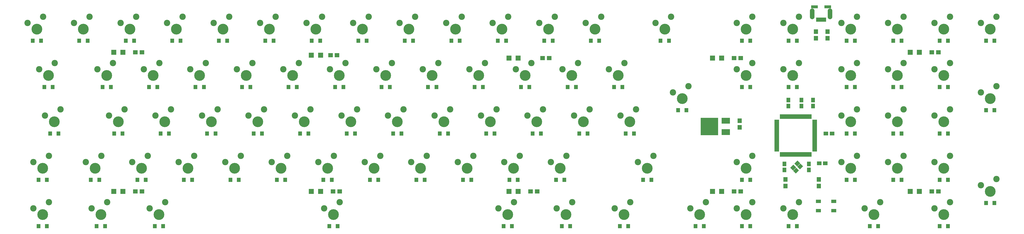
<source format=gbr>
G04 #@! TF.FileFunction,Soldermask,Bot*
%FSLAX46Y46*%
G04 Gerber Fmt 4.6, Leading zero omitted, Abs format (unit mm)*
G04 Created by KiCad (PCBNEW 4.0.7) date 2018 June 19, Tuesday 20:07:00*
%MOMM*%
%LPD*%
G01*
G04 APERTURE LIST*
%ADD10C,0.100000*%
%ADD11C,2.600000*%
%ADD12C,4.400000*%
%ADD13R,1.900000X1.650000*%
%ADD14R,1.650000X1.900000*%
%ADD15R,2.750000X1.200000*%
%ADD16R,0.900000X1.800000*%
%ADD17O,1.900000X4.400000*%
%ADD18R,1.875000X1.000000*%
%ADD19R,1.000000X1.875000*%
%ADD20R,1.700000X1.900000*%
%ADD21R,2.100000X1.400000*%
%ADD22R,3.400000X2.400000*%
%ADD23R,7.100000X7.100000*%
%ADD24R,1.900000X1.700000*%
%ADD25R,1.600000X1.800000*%
%ADD26R,2.150000X2.150000*%
G04 APERTURE END LIST*
D10*
D11*
X54790000Y-154045000D03*
X48440000Y-156585000D03*
D12*
X52250000Y-159125000D03*
D11*
X185415000Y-78045000D03*
X179065000Y-80585000D03*
D12*
X182875000Y-83125000D03*
D11*
X166415000Y-78045000D03*
X160065000Y-80585000D03*
D12*
X163875000Y-83125000D03*
D11*
X147415000Y-78045000D03*
X141065000Y-80585000D03*
D12*
X144875000Y-83125000D03*
D11*
X90415000Y-78045000D03*
X84065000Y-80585000D03*
D12*
X87875000Y-83125000D03*
D11*
X301790000Y-135045000D03*
X295440000Y-137585000D03*
D12*
X299250000Y-140125000D03*
D11*
X57165000Y-97045000D03*
X50815000Y-99585000D03*
D12*
X54625000Y-102125000D03*
D11*
X394415000Y-154045000D03*
X388065000Y-156585000D03*
D12*
X391875000Y-159125000D03*
D13*
X369450019Y-138101939D03*
X371950019Y-138101939D03*
D14*
X362187500Y-114656250D03*
X362187500Y-112156250D03*
X356843750Y-114656250D03*
X356843750Y-112156250D03*
X366937500Y-112156250D03*
X366937500Y-114656250D03*
D13*
X372218750Y-125875000D03*
X374718750Y-125875000D03*
D14*
X355262519Y-138351939D03*
X355262519Y-140851939D03*
X365262519Y-138351939D03*
X365262519Y-140851939D03*
D15*
X372925000Y-74050000D03*
X367575000Y-74050000D03*
D16*
X368650000Y-79250000D03*
X369450000Y-79250000D03*
X370250000Y-79250000D03*
X371050000Y-79250000D03*
X371850000Y-79250000D03*
D17*
X366600000Y-76850000D03*
X373900000Y-76850000D03*
D18*
X367625519Y-120726939D03*
X367625519Y-121526939D03*
X367625519Y-122326939D03*
X367625519Y-123126939D03*
X367625519Y-123926939D03*
X367625519Y-124726939D03*
X367625519Y-125526939D03*
X367625519Y-126326939D03*
X367625519Y-127126939D03*
X367625519Y-127926939D03*
X367625519Y-128726939D03*
X367625519Y-129526939D03*
X367625519Y-130326939D03*
X367625519Y-131126939D03*
X367625519Y-131926939D03*
X367625519Y-132726939D03*
D19*
X365887519Y-134464939D03*
X365087519Y-134464939D03*
X364287519Y-134464939D03*
X363487519Y-134464939D03*
X362687519Y-134464939D03*
X361887519Y-134464939D03*
X361087519Y-134464939D03*
X360287519Y-134464939D03*
X359487519Y-134464939D03*
X358687519Y-134464939D03*
X357887519Y-134464939D03*
X357087519Y-134464939D03*
X356287519Y-134464939D03*
X355487519Y-134464939D03*
X354687519Y-134464939D03*
X353887519Y-134464939D03*
D18*
X352149519Y-132726939D03*
X352149519Y-131926939D03*
X352149519Y-131126939D03*
X352149519Y-130326939D03*
X352149519Y-129526939D03*
X352149519Y-128726939D03*
X352149519Y-127926939D03*
X352149519Y-127126939D03*
X352149519Y-126326939D03*
X352149519Y-125526939D03*
X352149519Y-124726939D03*
X352149519Y-123926939D03*
X352149519Y-123126939D03*
X352149519Y-122326939D03*
X352149519Y-121526939D03*
X352149519Y-120726939D03*
D19*
X353887519Y-118988939D03*
X354687519Y-118988939D03*
X355487519Y-118988939D03*
X356287519Y-118988939D03*
X357087519Y-118988939D03*
X357887519Y-118988939D03*
X358687519Y-118988939D03*
X359487519Y-118988939D03*
X360287519Y-118988939D03*
X361087519Y-118988939D03*
X361887519Y-118988939D03*
X362687519Y-118988939D03*
X363487519Y-118988939D03*
X364287519Y-118988939D03*
X365087519Y-118988939D03*
X365887519Y-118988939D03*
D20*
X368125000Y-84162500D03*
X368125000Y-86862500D03*
X372875000Y-84162500D03*
X372875000Y-86862500D03*
X355656250Y-144712500D03*
X355656250Y-147412500D03*
X369312500Y-144712500D03*
X369312500Y-147412500D03*
D21*
X369131250Y-157462500D03*
X375431250Y-157462500D03*
X369131250Y-153662500D03*
X375431250Y-153662500D03*
D11*
X52415000Y-78045000D03*
X46065000Y-80585000D03*
D12*
X49875000Y-83125000D03*
D11*
X71415000Y-78045000D03*
X65065000Y-80585000D03*
D12*
X68875000Y-83125000D03*
D11*
X109415000Y-78045000D03*
X103065000Y-80585000D03*
D12*
X106875000Y-83125000D03*
D11*
X128415000Y-78045000D03*
X122065000Y-80585000D03*
D12*
X125875000Y-83125000D03*
D11*
X204415000Y-78045000D03*
X198065000Y-80585000D03*
D12*
X201875000Y-83125000D03*
D11*
X223415000Y-78045000D03*
X217065000Y-80585000D03*
D12*
X220875000Y-83125000D03*
D11*
X242415000Y-78045000D03*
X236065000Y-80585000D03*
D12*
X239875000Y-83125000D03*
D11*
X261415000Y-78045000D03*
X255065000Y-80585000D03*
D12*
X258875000Y-83125000D03*
D11*
X280415000Y-78045000D03*
X274065000Y-80585000D03*
D12*
X277875000Y-83125000D03*
D11*
X342165000Y-78045000D03*
X335815000Y-80585000D03*
D12*
X339625000Y-83125000D03*
D11*
X361165000Y-78045000D03*
X354815000Y-80585000D03*
D12*
X358625000Y-83125000D03*
D11*
X384915000Y-78045000D03*
X378565000Y-80585000D03*
D12*
X382375000Y-83125000D03*
D11*
X403915000Y-78045000D03*
X397565000Y-80585000D03*
D12*
X401375000Y-83125000D03*
D11*
X422915000Y-78045000D03*
X416565000Y-80585000D03*
D12*
X420375000Y-83125000D03*
D11*
X441915000Y-78045000D03*
X435565000Y-80585000D03*
D12*
X439375000Y-83125000D03*
D11*
X80915000Y-97045000D03*
X74565000Y-99585000D03*
D12*
X78375000Y-102125000D03*
D11*
X99915000Y-97045000D03*
X93565000Y-99585000D03*
D12*
X97375000Y-102125000D03*
D11*
X118915000Y-97045000D03*
X112565000Y-99585000D03*
D12*
X116375000Y-102125000D03*
D11*
X137915000Y-97045000D03*
X131565000Y-99585000D03*
D12*
X135375000Y-102125000D03*
D11*
X156915000Y-97045000D03*
X150565000Y-99585000D03*
D12*
X154375000Y-102125000D03*
D11*
X175915000Y-97045000D03*
X169565000Y-99585000D03*
D12*
X173375000Y-102125000D03*
D11*
X194915000Y-97045000D03*
X188565000Y-99585000D03*
D12*
X192375000Y-102125000D03*
D11*
X213915000Y-97045000D03*
X207565000Y-99585000D03*
D12*
X211375000Y-102125000D03*
D11*
X232915000Y-97045000D03*
X226565000Y-99585000D03*
D12*
X230375000Y-102125000D03*
D11*
X251915000Y-97045000D03*
X245565000Y-99585000D03*
D12*
X249375000Y-102125000D03*
D11*
X270915000Y-97045000D03*
X264565000Y-99585000D03*
D12*
X268375000Y-102125000D03*
D11*
X289915000Y-97045000D03*
X283565000Y-99585000D03*
D12*
X287375000Y-102125000D03*
D11*
X361165000Y-97045000D03*
X354815000Y-99585000D03*
D12*
X358625000Y-102125000D03*
D11*
X384915000Y-97045000D03*
X378565000Y-99585000D03*
D12*
X382375000Y-102125000D03*
D11*
X403915000Y-97045000D03*
X397565000Y-99585000D03*
D12*
X401375000Y-102125000D03*
D11*
X422915000Y-97045000D03*
X416565000Y-99585000D03*
D12*
X420375000Y-102125000D03*
D11*
X85665000Y-116045000D03*
X79315000Y-118585000D03*
D12*
X83125000Y-121125000D03*
D11*
X104665000Y-116045000D03*
X98315000Y-118585000D03*
D12*
X102125000Y-121125000D03*
D11*
X123665000Y-116045000D03*
X117315000Y-118585000D03*
D12*
X121125000Y-121125000D03*
D11*
X142665000Y-116045000D03*
X136315000Y-118585000D03*
D12*
X140125000Y-121125000D03*
D11*
X161665000Y-116045000D03*
X155315000Y-118585000D03*
D12*
X159125000Y-121125000D03*
D11*
X180665000Y-116045000D03*
X174315000Y-118585000D03*
D12*
X178125000Y-121125000D03*
D11*
X199665000Y-116045000D03*
X193315000Y-118585000D03*
D12*
X197125000Y-121125000D03*
D11*
X218665000Y-116045000D03*
X212315000Y-118585000D03*
D12*
X216125000Y-121125000D03*
D11*
X237665000Y-116045000D03*
X231315000Y-118585000D03*
D12*
X235125000Y-121125000D03*
D11*
X256665000Y-116045000D03*
X250315000Y-118585000D03*
D12*
X254125000Y-121125000D03*
D11*
X275665000Y-116045000D03*
X269315000Y-118585000D03*
D12*
X273125000Y-121125000D03*
D11*
X294665000Y-116045000D03*
X288315000Y-118585000D03*
D12*
X292125000Y-121125000D03*
D11*
X384915000Y-116045000D03*
X378565000Y-118585000D03*
D12*
X382375000Y-121125000D03*
D11*
X403915000Y-116045000D03*
X397565000Y-118585000D03*
D12*
X401375000Y-121125000D03*
D11*
X422915000Y-116045000D03*
X416565000Y-118585000D03*
D12*
X420375000Y-121125000D03*
D11*
X76165000Y-135045000D03*
X69815000Y-137585000D03*
D12*
X73625000Y-140125000D03*
D11*
X95165000Y-135045000D03*
X88815000Y-137585000D03*
D12*
X92625000Y-140125000D03*
D11*
X114165000Y-135045000D03*
X107815000Y-137585000D03*
D12*
X111625000Y-140125000D03*
D11*
X133165000Y-135045000D03*
X126815000Y-137585000D03*
D12*
X130625000Y-140125000D03*
D11*
X152165000Y-135045000D03*
X145815000Y-137585000D03*
D12*
X149625000Y-140125000D03*
D11*
X171165000Y-135045000D03*
X164815000Y-137585000D03*
D12*
X168625000Y-140125000D03*
D11*
X190165000Y-135045000D03*
X183815000Y-137585000D03*
D12*
X187625000Y-140125000D03*
D11*
X209165000Y-135045000D03*
X202815000Y-137585000D03*
D12*
X206625000Y-140125000D03*
D11*
X228165000Y-135045000D03*
X221815000Y-137585000D03*
D12*
X225625000Y-140125000D03*
D11*
X247165000Y-135045000D03*
X240815000Y-137585000D03*
D12*
X244625000Y-140125000D03*
D11*
X266165000Y-135045000D03*
X259815000Y-137585000D03*
D12*
X263625000Y-140125000D03*
D11*
X342165000Y-135045000D03*
X335815000Y-137585000D03*
D12*
X339625000Y-140125000D03*
D11*
X384915000Y-135045000D03*
X378565000Y-137585000D03*
D12*
X382375000Y-140125000D03*
D11*
X403915000Y-135045000D03*
X397565000Y-137585000D03*
D12*
X401375000Y-140125000D03*
D11*
X422915000Y-135045000D03*
X416565000Y-137585000D03*
D12*
X420375000Y-140125000D03*
D11*
X323165000Y-154045000D03*
X316815000Y-156585000D03*
D12*
X320625000Y-159125000D03*
D11*
X342165000Y-154045000D03*
X335815000Y-156585000D03*
D12*
X339625000Y-159125000D03*
D11*
X361165000Y-154045000D03*
X354815000Y-156585000D03*
D12*
X358625000Y-159125000D03*
D11*
X422915000Y-154045000D03*
X416565000Y-156585000D03*
D12*
X420375000Y-159125000D03*
D11*
X342165000Y-97045000D03*
X335815000Y-99585000D03*
D12*
X339625000Y-102125000D03*
D11*
X59540000Y-116045000D03*
X53190000Y-118585000D03*
D12*
X57000000Y-121125000D03*
D11*
X78540000Y-154045000D03*
X72190000Y-156585000D03*
D12*
X76000000Y-159125000D03*
D11*
X102290000Y-154045000D03*
X95940000Y-156585000D03*
D12*
X99750000Y-159125000D03*
D11*
X244790000Y-154045000D03*
X238440000Y-156585000D03*
D12*
X242250000Y-159125000D03*
D11*
X268540000Y-154045000D03*
X262190000Y-156585000D03*
D12*
X266000000Y-159125000D03*
D11*
X292290000Y-154045000D03*
X285940000Y-156585000D03*
D12*
X289750000Y-159125000D03*
D11*
X54790000Y-135045000D03*
X48440000Y-137585000D03*
D12*
X52250000Y-140125000D03*
D11*
X316040000Y-106545000D03*
X309690000Y-109085000D03*
D12*
X313500000Y-111625000D03*
D11*
X441915000Y-144545000D03*
X435565000Y-147085000D03*
D12*
X439375000Y-149625000D03*
D11*
X441915000Y-106545000D03*
X435565000Y-109085000D03*
D12*
X439375000Y-111625000D03*
D11*
X308915000Y-78045000D03*
X302565000Y-80585000D03*
D12*
X306375000Y-83125000D03*
D11*
X173540000Y-154045000D03*
X167190000Y-156585000D03*
D12*
X171000000Y-159125000D03*
D10*
G36*
X359944321Y-142253590D02*
X358812950Y-141122219D01*
X360085743Y-139849426D01*
X361217114Y-140980797D01*
X359944321Y-142253590D01*
X359944321Y-142253590D01*
G37*
G36*
X361641377Y-140556534D02*
X360510006Y-139425163D01*
X361782799Y-138152370D01*
X362914170Y-139283741D01*
X361641377Y-140556534D01*
X361641377Y-140556534D01*
G37*
G36*
X358742239Y-141051508D02*
X357610868Y-139920137D01*
X358883661Y-138647344D01*
X360015032Y-139778715D01*
X358742239Y-141051508D01*
X358742239Y-141051508D01*
G37*
G36*
X360439295Y-139354452D02*
X359307924Y-138223081D01*
X360580717Y-136950288D01*
X361712088Y-138081659D01*
X360439295Y-139354452D01*
X360439295Y-139354452D01*
G37*
D22*
X331300000Y-125300000D03*
D23*
X324650000Y-123000000D03*
D22*
X331300000Y-120700000D03*
D20*
X337000000Y-120650000D03*
X337000000Y-123350000D03*
D24*
X90087500Y-149625000D03*
X92787500Y-149625000D03*
X170837500Y-149625000D03*
X173537500Y-149625000D03*
X251587500Y-149625000D03*
X254287500Y-149625000D03*
X334712500Y-149625000D03*
X337412500Y-149625000D03*
X415462500Y-149625000D03*
X418162500Y-149625000D03*
X90087500Y-92625000D03*
X92787500Y-92625000D03*
X169812500Y-93812500D03*
X172512500Y-93812500D03*
X256500000Y-95000000D03*
X259200000Y-95000000D03*
X334712500Y-95000000D03*
X337412500Y-95000000D03*
X415462500Y-92625000D03*
X418162500Y-92625000D03*
D25*
X418675000Y-163875000D03*
X422075000Y-163875000D03*
X390175000Y-163875000D03*
X393575000Y-163875000D03*
X356925000Y-163875000D03*
X360325000Y-163875000D03*
X337925000Y-163875000D03*
X341325000Y-163875000D03*
X318925000Y-163875000D03*
X322325000Y-163875000D03*
X288050000Y-163875000D03*
X291450000Y-163875000D03*
X264300000Y-163875000D03*
X267700000Y-163875000D03*
X240550000Y-163875000D03*
X243950000Y-163875000D03*
X169300000Y-163875000D03*
X172700000Y-163875000D03*
X98050000Y-163875000D03*
X101450000Y-163875000D03*
X74300000Y-163875000D03*
X77700000Y-163875000D03*
X50550000Y-163875000D03*
X53950000Y-163875000D03*
X437675000Y-154375000D03*
X441075000Y-154375000D03*
X418675000Y-144875000D03*
X422075000Y-144875000D03*
X399675000Y-144875000D03*
X403075000Y-144875000D03*
X380675000Y-144875000D03*
X384075000Y-144875000D03*
X337925000Y-144875000D03*
X341325000Y-144875000D03*
X297550000Y-144875000D03*
X300950000Y-144875000D03*
X261925000Y-144875000D03*
X265325000Y-144875000D03*
X242925000Y-144875000D03*
X246325000Y-144875000D03*
X223925000Y-144875000D03*
X227325000Y-144875000D03*
X204925000Y-144875000D03*
X208325000Y-144875000D03*
X185925000Y-144875000D03*
X189325000Y-144875000D03*
X166925000Y-144875000D03*
X170325000Y-144875000D03*
X147925000Y-144875000D03*
X151325000Y-144875000D03*
X128925000Y-144875000D03*
X132325000Y-144875000D03*
X109925000Y-144875000D03*
X113325000Y-144875000D03*
X90925000Y-144875000D03*
X94325000Y-144875000D03*
X71925000Y-144875000D03*
X75325000Y-144875000D03*
X50550000Y-144875000D03*
X53950000Y-144875000D03*
X418675000Y-125875000D03*
X422075000Y-125875000D03*
X399675000Y-125875000D03*
X403075000Y-125875000D03*
X380675000Y-125875000D03*
X384075000Y-125875000D03*
X290425000Y-125875000D03*
X293825000Y-125875000D03*
X271425000Y-125875000D03*
X274825000Y-125875000D03*
X252425000Y-125875000D03*
X255825000Y-125875000D03*
X233425000Y-125875000D03*
X236825000Y-125875000D03*
X214425000Y-125875000D03*
X217825000Y-125875000D03*
X195425000Y-125875000D03*
X198825000Y-125875000D03*
X176425000Y-125875000D03*
X179825000Y-125875000D03*
X157425000Y-125875000D03*
X160825000Y-125875000D03*
X138425000Y-125875000D03*
X141825000Y-125875000D03*
X119425000Y-125875000D03*
X122825000Y-125875000D03*
X100425000Y-125875000D03*
X103825000Y-125875000D03*
X81425000Y-125875000D03*
X84825000Y-125875000D03*
X55300000Y-125875000D03*
X58700000Y-125875000D03*
X437675000Y-116375000D03*
X441075000Y-116375000D03*
X418675000Y-106875000D03*
X422075000Y-106875000D03*
X399675000Y-106875000D03*
X403075000Y-106875000D03*
X380675000Y-106875000D03*
X384075000Y-106875000D03*
X356925000Y-106875000D03*
X360325000Y-106875000D03*
X337925000Y-106875000D03*
X341325000Y-106875000D03*
X311800000Y-116375000D03*
X315200000Y-116375000D03*
X285675000Y-106875000D03*
X289075000Y-106875000D03*
X266675000Y-106875000D03*
X270075000Y-106875000D03*
X247675000Y-106875000D03*
X251075000Y-106875000D03*
X228675000Y-106875000D03*
X232075000Y-106875000D03*
X209675000Y-106875000D03*
X213075000Y-106875000D03*
X190675000Y-106875000D03*
X194075000Y-106875000D03*
X171675000Y-106875000D03*
X175075000Y-106875000D03*
X152675000Y-106875000D03*
X156075000Y-106875000D03*
X133675000Y-106875000D03*
X137075000Y-106875000D03*
X114675000Y-106875000D03*
X118075000Y-106875000D03*
X95675000Y-106875000D03*
X99075000Y-106875000D03*
X76675000Y-106875000D03*
X80075000Y-106875000D03*
X52925000Y-106875000D03*
X56325000Y-106875000D03*
X437675000Y-87875000D03*
X441075000Y-87875000D03*
X418675000Y-87875000D03*
X422075000Y-87875000D03*
X399675000Y-87875000D03*
X403075000Y-87875000D03*
X380675000Y-87875000D03*
X384075000Y-87875000D03*
X356925000Y-87875000D03*
X360325000Y-87875000D03*
X337925000Y-87875000D03*
X341325000Y-87875000D03*
X304675000Y-87875000D03*
X308075000Y-87875000D03*
X276175000Y-87875000D03*
X279575000Y-87875000D03*
X257175000Y-87875000D03*
X260575000Y-87875000D03*
X238175000Y-87875000D03*
X241575000Y-87875000D03*
X219175000Y-87875000D03*
X222575000Y-87875000D03*
X200175000Y-87875000D03*
X203575000Y-87875000D03*
X181175000Y-87875000D03*
X184575000Y-87875000D03*
X162175000Y-87875000D03*
X165575000Y-87875000D03*
X143175000Y-87875000D03*
X146575000Y-87875000D03*
X124175000Y-87875000D03*
X127575000Y-87875000D03*
X105175000Y-87875000D03*
X108575000Y-87875000D03*
X86175000Y-87875000D03*
X89575000Y-87875000D03*
X67175000Y-87875000D03*
X70575000Y-87875000D03*
X48175000Y-87875000D03*
X51575000Y-87875000D03*
D26*
X406625000Y-92625000D03*
X410375000Y-92625000D03*
X325875000Y-95000000D03*
X329625000Y-95000000D03*
X242750000Y-95000000D03*
X246500000Y-95000000D03*
X162000000Y-93812500D03*
X165750000Y-93812500D03*
X81250000Y-92625000D03*
X85000000Y-92625000D03*
X406625000Y-149625000D03*
X410375000Y-149625000D03*
X325875000Y-149625000D03*
X329625000Y-149625000D03*
X242750000Y-149625000D03*
X246500000Y-149625000D03*
X162000000Y-149625000D03*
X165750000Y-149625000D03*
X81250000Y-149625000D03*
X85000000Y-149625000D03*
M02*

</source>
